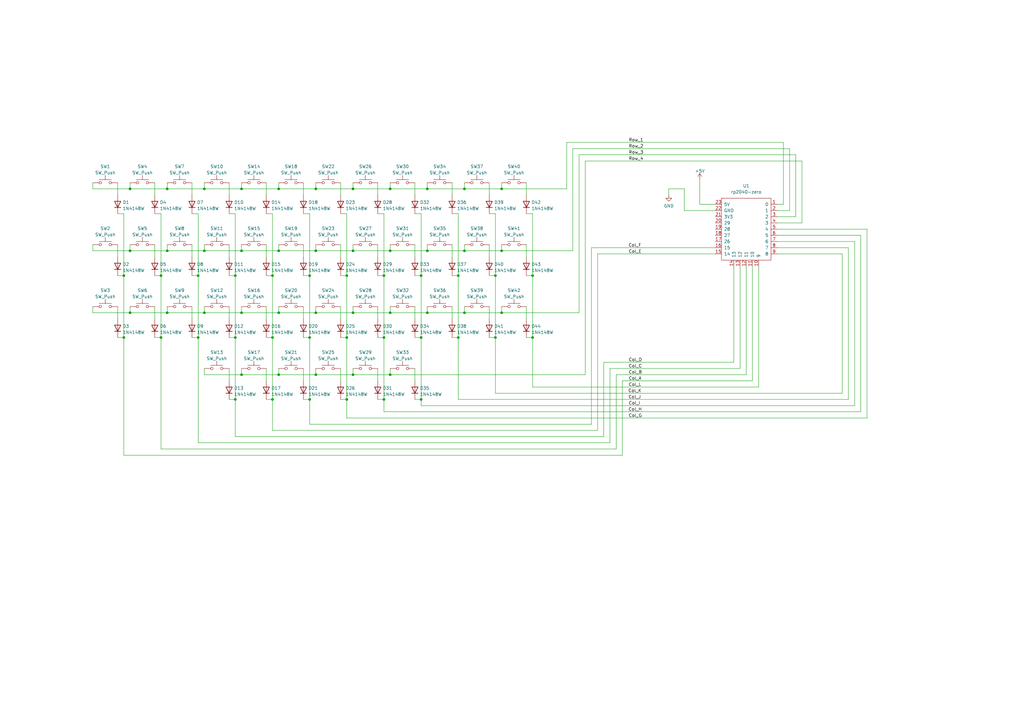
<source format=kicad_sch>
(kicad_sch (version 20250114) (generator "eeschema") (generator_version "9.0")
  (paper "A3")
  (title_block (title "CMDR Mainboard 42") (date "2020-02-04") (rev "01") (company "CMtec"))
  (lib_symbols
    (symbol "Diode:1N4148W" (pin_numbers (hide yes)) (pin_names (offset 1.016) (hide yes))
      (property "Reference" "D" (at 0 2.54 0))
      (property "Value" "1N4148W" (at 0 -2.54 0))
      (symbol "1N4148W_0_1"
        (polyline (pts (xy -1.27 1.27) (xy -1.27 -1.27)) (stroke (width 0.254)))
        (polyline (pts (xy 1.27 1.27) (xy 1.27 -1.27) (xy -1.27 0) (xy 1.27 1.27)) (stroke (width 0.254)))
        (polyline (pts (xy 1.27 0) (xy -1.27 0)))
      )
      (symbol "1N4148W_1_1"
        (pin passive line (at -3.81 0 0) (length 2.54) (name "K") (number "1"))
        (pin passive line (at 3.81 0 180) (length 2.54) (name "A") (number "2"))
      )
    )
    (symbol "Switch:SW_Push" (pin_numbers (hide yes)) (pin_names (offset 1.016) (hide yes))
      (property "Reference" "SW" (at 1.27 2.54 0))
      (property "Value" "SW_Push" (at 0 -1.524 0))
      (symbol "SW_Push_0_1"
        (circle (center -2.032 0) (radius 0.508))
        (polyline (pts (xy 0 1.27) (xy 0 3.048)))
        (circle (center 2.032 0) (radius 0.508))
        (polyline (pts (xy 2.54 1.27) (xy -2.54 1.27)))
        (pin passive line (at -5.08 0 0) (length 2.54) (name "1") (number "1"))
        (pin passive line (at 5.08 0 180) (length 2.54) (name "2") (number "2"))
      )
    )
    (symbol "kleeb:rp2040-zero" (pin_names (offset 1.016))
      (property "Reference" "U" (at 0 15.24 0))
      (property "Value" "rp2040-zero" (at 0 12.7 0))
      (symbol "rp2040-zero_0_1"
        (rectangle (start -10.16 11.43) (end 10.16 -13.97))
      )
      (symbol "rp2040-zero_1_1"
        (pin power_out line (at -12.7 8.89 0) (length 2.54) (name "5V") (number "23"))
        (pin power_out line (at -12.7 6.35 0) (length 2.54) (name "GND") (number "22"))
        (pin power_out line (at -12.7 3.81 0) (length 2.54) (name "3V3") (number "21"))
        (pin bidirectional line (at -12.7 1.27 0) (length 2.54) (name "29") (number "20"))
        (pin bidirectional line (at -12.7 -1.27 0) (length 2.54) (name "28") (number "19"))
        (pin bidirectional line (at -12.7 -3.81 0) (length 2.54) (name "27") (number "18"))
        (pin bidirectional line (at -12.7 -6.35 0) (length 2.54) (name "26") (number "17"))
        (pin bidirectional line (at -12.7 -8.89 0) (length 2.54) (name "15") (number "16"))
        (pin bidirectional line (at -12.7 -11.43 0) (length 2.54) (name "14") (number "15"))
        (pin bidirectional line (at -5.08 -16.51 90) (length 2.54) (name "13") (number "14"))
        (pin bidirectional line (at -2.54 -16.51 90) (length 2.54) (name "12") (number "13"))
        (pin bidirectional line (at 0 -16.51 90) (length 2.54) (name "11") (number "12"))
        (pin bidirectional line (at 2.54 -16.51 90) (length 2.54) (name "10") (number "11"))
        (pin bidirectional line (at 5.08 -16.51 90) (length 2.54) (name "9") (number "10"))
        (pin bidirectional line (at 12.7 8.89 180) (length 2.54) (name "0") (number "1"))
        (pin bidirectional line (at 12.7 6.35 180) (length 2.54) (name "1") (number "2"))
        (pin bidirectional line (at 12.7 3.81 180) (length 2.54) (name "2") (number "3"))
        (pin bidirectional line (at 12.7 1.27 180) (length 2.54) (name "3") (number "4"))
        (pin bidirectional line (at 12.7 -1.27 180) (length 2.54) (name "4") (number "5"))
        (pin bidirectional line (at 12.7 -3.81 180) (length 2.54) (name "5") (number "6"))
        (pin bidirectional line (at 12.7 -6.35 180) (length 2.54) (name "6") (number "7"))
        (pin bidirectional line (at 12.7 -8.89 180) (length 2.54) (name "7") (number "8"))
        (pin bidirectional line (at 12.7 -11.43 180) (length 2.54) (name "8") (number "9"))
      )
    )
    (symbol "power:+5V" (power) (pin_names (offset 0))
      (property "Value" "+5V" (at 0 3.556 0))
      (symbol "+5V_0_1"
        (polyline (pts (xy -0.762 1.27) (xy 0 2.54)))
        (polyline (pts (xy 0 2.54) (xy 0.762 1.27)))
        (polyline (pts (xy 0 0) (xy 0 2.54)))
      )
      (symbol "+5V_1_1"
        (pin power_in line (at 0 0 90) (length 0) (hide yes) (name "+5V") (number "1"))
      )
    )
    (symbol "power:GND" (power) (pin_names (offset 0))
      (property "Value" "GND" (at 0 -3.81 0))
      (symbol "GND_0_1"
        (polyline (pts (xy 0 0) (xy 0 -1.27) (xy 1.27 -1.27) (xy 0 -2.54) (xy -1.27 -1.27) (xy 0 -1.27)))
      )
      (symbol "GND_1_1"
        (pin power_in line (at 0 0 270) (length 0) (hide yes) (name "GND") (number "1"))
      )
    )
  )
  (junction (at 129.54 77.47))
  (junction (at 157.48 113.03))
  (junction (at 142.24 163.83))
  (junction (at 127 138.43))
  (junction (at 114.3 102.87))
  (junction (at 68.58 102.87))
  (junction (at 68.58 77.47))
  (junction (at 83.82 128.27))
  (junction (at 218.44 138.43))
  (junction (at 81.28 138.43))
  (junction (at 127 113.03))
  (junction (at 96.52 113.03))
  (junction (at 83.82 77.47))
  (junction (at 190.5 128.27))
  (junction (at 114.3 128.27))
  (junction (at 175.26 128.27))
  (junction (at 53.34 77.47))
  (junction (at 144.78 102.87))
  (junction (at 205.74 77.47))
  (junction (at 205.74 102.87))
  (junction (at 99.06 128.27))
  (junction (at 142.24 138.43))
  (junction (at 129.54 153.67))
  (junction (at 187.96 113.03))
  (junction (at 50.8 138.43))
  (junction (at 111.76 163.83))
  (junction (at 175.26 77.47))
  (junction (at 142.24 113.03))
  (junction (at 160.02 102.87))
  (junction (at 157.48 163.83))
  (junction (at 66.04 138.43))
  (junction (at 190.5 77.47))
  (junction (at 190.5 102.87))
  (junction (at 50.8 113.03))
  (junction (at 205.74 128.27))
  (junction (at 111.76 138.43))
  (junction (at 144.78 128.27))
  (junction (at 157.48 138.43))
  (junction (at 203.2 138.43))
  (junction (at 187.96 138.43))
  (junction (at 129.54 102.87))
  (junction (at 160.02 77.47))
  (junction (at 172.72 113.03))
  (junction (at 129.54 128.27))
  (junction (at 53.34 128.27))
  (junction (at 68.58 128.27))
  (junction (at 99.06 153.67))
  (junction (at 99.06 102.87))
  (junction (at 99.06 77.47))
  (junction (at 83.82 102.87))
  (junction (at 66.04 113.03))
  (junction (at 160.02 128.27))
  (junction (at 144.78 153.67))
  (junction (at 96.52 138.43))
  (junction (at 218.44 113.03))
  (junction (at 111.76 113.03))
  (junction (at 203.2 113.03))
  (junction (at 127 163.83))
  (junction (at 172.72 163.83))
  (junction (at 175.26 102.87))
  (junction (at 160.02 153.67))
  (junction (at 81.28 113.03))
  (junction (at 144.78 77.47))
  (junction (at 114.3 77.47))
  (junction (at 53.34 102.87))
  (junction (at 114.3 153.67))
  (junction (at 172.72 138.43))
  (junction (at 96.52 163.83))
  (wire (pts (xy 160.02 100.33) (xy 160.02 102.87)))
  (wire (pts (xy 129.54 100.33) (xy 129.54 102.87)))
  (wire (pts (xy 323.85 86.36) (xy 318.77 86.36)))
  (wire (pts (xy 144.78 77.47) (xy 160.02 77.47)))
  (wire (pts (xy 345.44 161.29) (xy 345.44 104.14)))
  (wire (pts (xy 48.26 74.93) (xy 48.26 80.01)))
  (wire (pts (xy 185.42 100.33) (xy 185.42 105.41)))
  (wire (pts (xy 187.96 163.83) (xy 347.98 163.83)))
  (wire (pts (xy 109.22 87.63) (xy 111.76 87.63)))
  (wire (pts (xy 66.04 184.15) (xy 252.73 184.15)))
  (wire (pts (xy 68.58 100.33) (xy 68.58 102.87)))
  (wire (pts (xy 172.72 163.83) (xy 172.72 166.37)))
  (wire (pts (xy 287.02 83.82) (xy 293.37 83.82)))
  (wire (pts (xy 160.02 77.47) (xy 175.26 77.47)))
  (wire (pts (xy 111.76 87.63) (xy 111.76 113.03)))
  (wire (pts (xy 318.77 96.52) (xy 353.06 96.52)))
  (wire (pts (xy 321.31 83.82) (xy 318.77 83.82)))
  (wire (pts (xy 81.28 113.03) (xy 81.28 138.43)))
  (wire (pts (xy 139.7 87.63) (xy 142.24 87.63)))
  (wire (pts (xy 53.34 100.33) (xy 53.34 102.87)))
  (wire (pts (xy 38.1 102.87) (xy 53.34 102.87)))
  (wire (pts (xy 68.58 128.27) (xy 83.82 128.27)))
  (wire (pts (xy 328.93 91.44) (xy 318.77 91.44)))
  (wire (pts (xy 355.6 171.45) (xy 355.6 93.98)))
  (wire (pts (xy 38.1 128.27) (xy 53.34 128.27)))
  (wire (pts (xy 139.7 125.73) (xy 139.7 130.81)))
  (wire (pts (xy 300.99 109.22) (xy 300.99 148.59)))
  (wire (pts (xy 240.03 66.04) (xy 328.93 66.04)))
  (wire (pts (xy 68.58 125.73) (xy 68.58 128.27)))
  (wire (pts (xy 175.26 74.93) (xy 175.26 77.47)))
  (wire (pts (xy 215.9 100.33) (xy 215.9 105.41)))
  (wire (pts (xy 203.2 138.43) (xy 203.2 161.29)))
  (wire (pts (xy 318.77 93.98) (xy 355.6 93.98)))
  (wire (pts (xy 234.95 60.96) (xy 234.95 102.87)))
  (wire (pts (xy 170.18 113.03) (xy 172.72 113.03)))
  (wire (pts (xy 187.96 138.43) (xy 185.42 138.43)))
  (wire (pts (xy 142.24 138.43) (xy 142.24 163.83)))
  (wire (pts (xy 38.1 74.93) (xy 38.1 77.47)))
  (wire (pts (xy 185.42 113.03) (xy 187.96 113.03)))
  (wire (pts (xy 114.3 77.47) (xy 129.54 77.47)))
  (wire (pts (xy 50.8 138.43) (xy 50.8 186.69)))
  (wire (pts (xy 50.8 138.43) (xy 48.26 138.43)))
  (wire (pts (xy 144.78 128.27) (xy 160.02 128.27)))
  (wire (pts (xy 280.67 86.36) (xy 280.67 77.47)))
  (wire (pts (xy 81.28 138.43) (xy 81.28 181.61)))
  (wire (pts (xy 318.77 101.6) (xy 347.98 101.6)))
  (wire (pts (xy 96.52 138.43) (xy 96.52 163.83)))
  (wire (pts (xy 232.41 58.42) (xy 321.31 58.42)))
  (wire (pts (xy 111.76 176.53) (xy 245.0948 176.53)))
  (wire (pts (xy 321.31 58.42) (xy 321.31 83.82)))
  (wire (pts (xy 114.3 102.87) (xy 129.54 102.87)))
  (wire (pts (xy 157.48 87.63) (xy 157.48 113.03)))
  (wire (pts (xy 185.42 125.73) (xy 185.42 130.81)))
  (wire (pts (xy 68.58 77.47) (xy 83.82 77.47)))
  (wire (pts (xy 99.06 100.33) (xy 99.06 102.87)))
  (wire (pts (xy 328.93 66.04) (xy 328.93 91.44)))
  (wire (pts (xy 280.67 77.47) (xy 274.32 77.47)))
  (wire (pts (xy 63.5 113.03) (xy 66.04 113.03)))
  (wire (pts (xy 303.53 109.22) (xy 303.53 151.13)))
  (wire (pts (xy 83.82 74.93) (xy 83.82 77.47)))
  (wire (pts (xy 154.94 87.63) (xy 157.48 87.63)))
  (wire (pts (xy 83.82 102.87) (xy 99.06 102.87)))
  (wire (pts (xy 63.5 125.73) (xy 63.5 130.81)))
  (wire (pts (xy 175.26 77.47) (xy 190.5 77.47)))
  (wire (pts (xy 114.3 74.93) (xy 114.3 77.47)))
  (wire (pts (xy 280.67 86.36) (xy 293.37 86.36)))
  (wire (pts (xy 93.98 74.93) (xy 93.98 80.01)))
  (wire (pts (xy 190.5 100.33) (xy 190.5 102.87)))
  (wire (pts (xy 172.72 163.83) (xy 170.18 163.83)))
  (wire (pts (xy 127 113.03) (xy 127 138.43)))
  (wire (pts (xy 144.78 151.13) (xy 144.78 153.67)))
  (wire (pts (xy 93.98 113.03) (xy 96.52 113.03)))
  (wire (pts (xy 144.78 74.93) (xy 144.78 77.47)))
  (wire (pts (xy 160.02 128.27) (xy 175.26 128.27)))
  (wire (pts (xy 129.54 74.93) (xy 129.54 77.47)))
  (wire (pts (xy 78.74 87.63) (xy 81.28 87.63)))
  (wire (pts (xy 205.74 128.27) (xy 205.74 125.73)))
  (wire (pts (xy 250.19 151.13) (xy 303.53 151.13)))
  (wire (pts (xy 200.66 125.73) (xy 200.66 130.81)))
  (wire (pts (xy 53.34 77.47) (xy 68.58 77.47)))
  (wire (pts (xy 154.94 113.03) (xy 157.48 113.03)))
  (wire (pts (xy 124.46 151.13) (xy 124.46 156.21)))
  (wire (pts (xy 114.3 153.67) (xy 129.54 153.67)))
  (wire (pts (xy 200.66 74.93) (xy 200.66 80.01)))
  (wire (pts (xy 190.5 125.73) (xy 190.5 128.27)))
  (wire (pts (xy 172.72 87.63) (xy 172.72 113.03)))
  (wire (pts (xy 114.3 125.73) (xy 114.3 128.27)))
  (wire (pts (xy 78.74 113.03) (xy 81.28 113.03)))
  (wire (pts (xy 306.07 109.22) (xy 306.07 153.67)))
  (wire (pts (xy 237.49 63.5) (xy 237.49 128.27)))
  (wire (pts (xy 218.44 113.03) (xy 218.44 138.43)))
  (wire (pts (xy 250.19 151.13) (xy 250.19 181.61)))
  (wire (pts (xy 157.48 163.83) (xy 154.94 163.83)))
  (wire (pts (xy 99.06 102.87) (xy 114.3 102.87)))
  (wire (pts (xy 66.04 138.43) (xy 63.5 138.43)))
  (wire (pts (xy 326.39 88.9) (xy 318.77 88.9)))
  (wire (pts (xy 287.02 73.66) (xy 287.02 83.82)))
  (wire (pts (xy 111.76 163.83) (xy 109.22 163.83)))
  (wire (pts (xy 111.76 163.83) (xy 111.76 176.53)))
  (wire (pts (xy 127 163.83) (xy 127 173.99)))
  (wire (pts (xy 99.06 151.13) (xy 99.06 153.67)))
  (wire (pts (xy 242.57 101.6) (xy 293.37 101.6)))
  (wire (pts (xy 190.5 77.47) (xy 205.74 77.47)))
  (wire (pts (xy 83.82 153.67) (xy 99.06 153.67)))
  (wire (pts (xy 252.73 153.67) (xy 252.73 184.15)))
  (wire (pts (xy 142.24 163.83) (xy 139.7 163.83)))
  (wire (pts (xy 48.26 125.73) (xy 48.26 130.81)))
  (wire (pts (xy 38.1 77.47) (xy 53.34 77.47)))
  (wire (pts (xy 142.24 171.45) (xy 355.6 171.45)))
  (wire (pts (xy 172.72 138.43) (xy 170.18 138.43)))
  (wire (pts (xy 218.44 138.43) (xy 215.9 138.43)))
  (wire (pts (xy 205.74 102.87) (xy 205.74 100.33)))
  (wire (pts (xy 200.66 87.63) (xy 203.2 87.63)))
  (wire (pts (xy 96.52 113.03) (xy 96.52 138.43)))
  (wire (pts (xy 78.74 125.73) (xy 78.74 130.81)))
  (wire (pts (xy 129.54 125.73) (xy 129.54 128.27)))
  (wire (pts (xy 81.28 138.43) (xy 78.74 138.43)))
  (wire (pts (xy 139.7 100.33) (xy 139.7 105.41)))
  (wire (pts (xy 190.5 74.93) (xy 190.5 77.47)))
  (wire (pts (xy 203.2 113.03) (xy 203.2 138.43)))
  (wire (pts (xy 111.76 138.43) (xy 111.76 163.83)))
  (wire (pts (xy 154.94 151.13) (xy 154.94 156.21)))
  (wire (pts (xy 237.49 63.5) (xy 326.39 63.5)))
  (wire (pts (xy 175.26 100.33) (xy 175.26 102.87)))
  (wire (pts (xy 109.22 113.03) (xy 111.76 113.03)))
  (wire (pts (xy 50.8 186.69) (xy 255.27 186.69)))
  (wire (pts (xy 53.34 125.73) (xy 53.34 128.27)))
  (wire (pts (xy 157.48 163.83) (xy 157.48 168.91)))
  (wire (pts (xy 63.5 74.93) (xy 63.5 80.01)))
  (wire (pts (xy 205.74 128.27) (xy 237.49 128.27)))
  (wire (pts (xy 347.98 163.83) (xy 347.98 101.6)))
  (wire (pts (xy 187.96 113.03) (xy 187.96 138.43)))
  (wire (pts (xy 187.96 138.43) (xy 187.96 163.83)))
  (wire (pts (xy 170.18 87.63) (xy 172.72 87.63)))
  (wire (pts (xy 96.52 87.63) (xy 96.52 113.03)))
  (wire (pts (xy 109.22 151.13) (xy 109.22 156.21)))
  (wire (pts (xy 66.04 113.03) (xy 66.04 138.43)))
  (wire (pts (xy 323.85 60.96) (xy 323.85 86.36)))
  (wire (pts (xy 255.27 156.21) (xy 308.61 156.21)))
  (wire (pts (xy 38.1 100.33) (xy 38.1 102.87)))
  (wire (pts (xy 205.74 77.47) (xy 205.74 74.93)))
  (wire (pts (xy 96.52 138.43) (xy 93.98 138.43)))
  (wire (pts (xy 48.26 87.63) (xy 50.8 87.63)))
  (wire (pts (xy 187.96 87.63) (xy 187.96 113.03)))
  (wire (pts (xy 308.61 109.22) (xy 308.61 156.21)))
  (wire (pts (xy 114.3 128.27) (xy 129.54 128.27)))
  (wire (pts (xy 172.72 113.03) (xy 172.72 138.43)))
  (wire (pts (xy 172.72 138.43) (xy 172.72 163.83)))
  (wire (pts (xy 185.42 87.63) (xy 187.96 87.63)))
  (wire (pts (xy 96.52 163.83) (xy 93.98 163.83)))
  (wire (pts (xy 81.28 181.61) (xy 250.19 181.61)))
  (wire (pts (xy 144.78 102.87) (xy 160.02 102.87)))
  (wire (pts (xy 326.39 63.5) (xy 326.39 88.9)))
  (wire (pts (xy 218.44 158.75) (xy 311.15 158.75)))
  (wire (pts (xy 160.02 102.87) (xy 175.26 102.87)))
  (wire (pts (xy 129.54 102.87) (xy 144.78 102.87)))
  (wire (pts (xy 318.77 99.06) (xy 350.52 99.06)))
  (wire (pts (xy 160.02 151.13) (xy 160.02 153.67)))
  (wire (pts (xy 127 138.43) (xy 124.46 138.43)))
  (wire (pts (xy 190.5 102.87) (xy 205.74 102.87)))
  (wire (pts (xy 157.48 168.91) (xy 353.06 168.91)))
  (wire (pts (xy 109.22 125.73) (xy 109.22 130.81)))
  (wire (pts (xy 78.74 100.33) (xy 78.74 105.41)))
  (wire (pts (xy 203.2 161.29) (xy 345.44 161.29)))
  (wire (pts (xy 50.8 113.03) (xy 50.8 138.43)))
  (wire (pts (xy 111.76 113.03) (xy 111.76 138.43)))
  (wire (pts (xy 205.74 102.87) (xy 234.95 102.87)))
  (wire (pts (xy 99.06 153.67) (xy 114.3 153.67)))
  (wire (pts (xy 218.44 138.43) (xy 218.44 158.75)))
  (wire (pts (xy 78.74 74.93) (xy 78.74 80.01)))
  (wire (pts (xy 215.9 87.63) (xy 218.44 87.63)))
  (wire (pts (xy 242.57 101.6) (xy 242.57 173.99)))
  (wire (pts (xy 190.5 128.27) (xy 205.74 128.27)))
  (wire (pts (xy 353.06 168.91) (xy 353.06 96.52)))
  (wire (pts (xy 175.26 102.87) (xy 190.5 102.87)))
  (wire (pts (xy 83.82 125.73) (xy 83.82 128.27)))
  (wire (pts (xy 99.06 128.27) (xy 114.3 128.27)))
  (wire (pts (xy 170.18 151.13) (xy 170.18 156.21)))
  (wire (pts (xy 129.54 77.47) (xy 144.78 77.47)))
  (wire (pts (xy 245.0948 104.14) (xy 245.0948 176.53)))
  (wire (pts (xy 99.06 74.93) (xy 99.06 77.47)))
  (wire (pts (xy 93.98 125.73) (xy 93.98 130.81)))
  (wire (pts (xy 83.82 151.13) (xy 83.82 153.67)))
  (wire (pts (xy 203.2 138.43) (xy 200.66 138.43)))
  (wire (pts (xy 142.24 163.83) (xy 142.24 171.45)))
  (wire (pts (xy 172.72 166.37) (xy 350.52 166.37)))
  (wire (pts (xy 160.02 125.73) (xy 160.02 128.27)))
  (wire (pts (xy 127 87.63) (xy 127 113.03)))
  (wire (pts (xy 111.76 138.43) (xy 109.22 138.43)))
  (wire (pts (xy 144.78 153.67) (xy 160.02 153.67)))
  (wire (pts (xy 93.98 100.33) (xy 93.98 105.41)))
  (wire (pts (xy 114.3 151.13) (xy 114.3 153.67)))
  (wire (pts (xy 53.34 102.87) (xy 68.58 102.87)))
  (wire (pts (xy 144.78 100.33) (xy 144.78 102.87)))
  (wire (pts (xy 93.98 87.63) (xy 96.52 87.63)))
  (wire (pts (xy 129.54 128.27) (xy 144.78 128.27)))
  (wire (pts (xy 127 163.83) (xy 124.46 163.83)))
  (wire (pts (xy 96.52 163.83) (xy 96.52 179.07)))
  (wire (pts (xy 350.52 166.37) (xy 350.52 99.06)))
  (wire (pts (xy 215.9 125.73) (xy 215.9 130.81)))
  (wire (pts (xy 247.65 148.59) (xy 247.65 179.07)))
  (wire (pts (xy 205.74 77.47) (xy 232.41 77.47)))
  (wire (pts (xy 124.46 113.03) (xy 127 113.03)))
  (wire (pts (xy 154.94 74.93) (xy 154.94 80.01)))
  (wire (pts (xy 175.26 125.73) (xy 175.26 128.27)))
  (wire (pts (xy 215.9 113.03) (xy 218.44 113.03)))
  (wire (pts (xy 311.15 109.22) (xy 311.15 158.75)))
  (wire (pts (xy 68.58 102.87) (xy 83.82 102.87)))
  (wire (pts (xy 142.24 87.63) (xy 142.24 113.03)))
  (wire (pts (xy 175.26 128.27) (xy 190.5 128.27)))
  (wire (pts (xy 157.48 138.43) (xy 154.94 138.43)))
  (wire (pts (xy 124.46 100.33) (xy 124.46 105.41)))
  (wire (pts (xy 83.82 77.47) (xy 99.06 77.47)))
  (wire (pts (xy 185.42 74.93) (xy 185.42 80.01)))
  (wire (pts (xy 38.1 125.73) (xy 38.1 128.27)))
  (wire (pts (xy 99.06 77.47) (xy 114.3 77.47)))
  (wire (pts (xy 50.8 87.63) (xy 50.8 113.03)))
  (wire (pts (xy 68.58 74.93) (xy 68.58 77.47)))
  (wire (pts (xy 114.3 100.33) (xy 114.3 102.87)))
  (wire (pts (xy 124.46 74.93) (xy 124.46 80.01)))
  (wire (pts (xy 96.52 179.07) (xy 247.65 179.07)))
  (wire (pts (xy 127 173.99) (xy 242.57 173.99)))
  (wire (pts (xy 160.02 153.67) (xy 240.03 153.67)))
  (wire (pts (xy 154.94 125.73) (xy 154.94 130.81)))
  (wire (pts (xy 139.7 151.13) (xy 139.7 156.21)))
  (wire (pts (xy 218.44 87.63) (xy 218.44 113.03)))
  (wire (pts (xy 124.46 87.63) (xy 127 87.63)))
  (wire (pts (xy 63.5 87.63) (xy 66.04 87.63)))
  (wire (pts (xy 144.78 125.73) (xy 144.78 128.27)))
  (wire (pts (xy 99.06 125.73) (xy 99.06 128.27)))
  (wire (pts (xy 200.66 100.33) (xy 200.66 105.41)))
  (wire (pts (xy 170.18 74.93) (xy 170.18 80.01)))
  (wire (pts (xy 83.82 100.33) (xy 83.82 102.87)))
  (wire (pts (xy 81.28 87.63) (xy 81.28 113.03)))
  (wire (pts (xy 200.66 113.03) (xy 203.2 113.03)))
  (wire (pts (xy 142.24 113.03) (xy 142.24 138.43)))
  (wire (pts (xy 234.95 60.96) (xy 323.85 60.96)))
  (wire (pts (xy 255.27 156.21) (xy 255.27 186.69)))
  (wire (pts (xy 129.54 153.67) (xy 144.78 153.67)))
  (wire (pts (xy 318.77 104.14) (xy 345.44 104.14)))
  (wire (pts (xy 139.7 74.93) (xy 139.7 80.01)))
  (wire (pts (xy 83.82 128.27) (xy 99.06 128.27)))
  (wire (pts (xy 48.26 113.03) (xy 50.8 113.03)))
  (wire (pts (xy 215.9 74.93) (xy 215.9 80.01)))
  (wire (pts (xy 157.48 138.43) (xy 157.48 163.83)))
  (wire (pts (xy 127 138.43) (xy 127 163.83)))
  (wire (pts (xy 203.2 87.63) (xy 203.2 113.03)))
  (wire (pts (xy 232.41 58.42) (xy 232.41 77.47)))
  (wire (pts (xy 124.46 125.73) (xy 124.46 130.81)))
  (wire (pts (xy 247.65 148.59) (xy 300.99 148.59)))
  (wire (pts (xy 160.02 74.93) (xy 160.02 77.47)))
  (wire (pts (xy 109.22 100.33) (xy 109.22 105.41)))
  (wire (pts (xy 63.5 100.33) (xy 63.5 105.41)))
  (wire (pts (xy 245.0948 104.14) (xy 293.37 104.14)))
  (wire (pts (xy 170.18 125.73) (xy 170.18 130.81)))
  (wire (pts (xy 129.54 151.13) (xy 129.54 153.67)))
  (wire (pts (xy 66.04 87.63) (xy 66.04 113.03)))
  (wire (pts (xy 274.32 77.47) (xy 274.32 80.01)))
  (wire (pts (xy 66.04 138.43) (xy 66.04 184.15)))
  (wire (pts (xy 53.34 74.93) (xy 53.34 77.47)))
  (wire (pts (xy 252.73 153.67) (xy 306.07 153.67)))
  (wire (pts (xy 48.26 100.33) (xy 48.26 105.41)))
  (wire (pts (xy 154.94 100.33) (xy 154.94 105.41)))
  (wire (pts (xy 157.48 113.03) (xy 157.48 138.43)))
  (wire (pts (xy 142.24 138.43) (xy 139.7 138.43)))
  (wire (pts (xy 93.98 151.13) (xy 93.98 156.21)))
  (wire (pts (xy 170.18 100.33) (xy 170.18 105.41)))
  (wire (pts (xy 53.34 128.27) (xy 68.58 128.27)))
  (wire (pts (xy 139.7 113.03) (xy 142.24 113.03)))
  (wire (pts (xy 109.22 74.93) (xy 109.22 80.01)))
  (wire (pts (xy 240.03 66.04) (xy 240.03 153.67)))
  (label "Col_L" (at 257.81 158.75 0))
  (label "Row_2" (at 257.81 60.96 0))
  (label "Col_H" (at 257.7048 168.91 0))
  (label "Col_D" (at 257.81 148.59 0))
  (label "Col_C" (at 257.81 151.13 0))
  (label "Col_A" (at 257.81 156.21 0))
  (label "Col_K" (at 257.6288 161.29 0))
  (label "Col_F" (at 257.72 101.6 0))
  (label "Row_1" (at 257.81 58.42 0))
  (label "Col_J" (at 257.7048 163.83 0))
  (label "Col_B" (at 257.81 153.67 0))
  (label "Col_I" (at 257.81 166.37 0))
  (label "Row_4" (at 257.81 66.04 0))
  (label "Col_G" (at 257.81 171.45 0))
  (label "Col_E" (at 257.81 104.14 0))
  (label "Row_3" (at 257.81 63.5 0))
  (symbol (lib_id "Diode:1N4148W") (at 93.98 109.22 90) (unit 1)
    (property "Reference" "D11" (at 96.012 108.3853 90) (effects (justify right)))
    (property "Value" "1N4148W" (at 96.012 110.9222 90) (effects (justify right)))
    (property "Footprint" "PCM_Diode_SMD_Handsoldering_AKL:D_SOD-123" (effects (hide yes)))
    (property "Datasheet" "https://www.vishay.com/docs/85748/1n4148w.pdf" (effects (hide yes)))
  )
  (symbol (lib_id "Diode:1N4148W") (at 170.18 134.62 90) (unit 1)
    (property "Reference" "D34" (at 172.212 133.7853 90) (effects (justify right)))
    (property "Value" "1N4148W" (at 172.212 136.3222 90) (effects (justify right)))
    (property "Footprint" "PCM_Diode_SMD_Handsoldering_AKL:D_SOD-123" (effects (hide yes)))
    (property "Datasheet" "https://www.vishay.com/docs/85748/1n4148w.pdf" (effects (hide yes)))
  )
  (symbol (lib_id "kleeb:rp2040-zero") (at 306.07 92.71 0) (unit 1)
    (property "Reference" "U1" (at 306.07 76.2 0))
    (property "Value" "rp2040-zero" (at 306.07 78.74 0))
    (property "Footprint" "kleeb:rp2040-zero-tht" (effects (hide yes)))
  )
  (symbol (lib_id "Switch:SW_Push") (at 104.14 125.73 0) (unit 1)
    (property "Reference" "SW16" (at 104.14 119.1092 0))
    (property "Value" "SW_Push" (at 104.14 121.6461 0))
    (property "Footprint" "PCM_Switch_Keyboard_Hotswap_Kailh:SW_Hotswap_Kailh_MX_1.00u" (effects (hide yes)))
  )
  (symbol (lib_id "Switch:SW_Push") (at 88.9 74.93 0) (unit 1)
    (property "Reference" "SW10" (at 88.9 68.3092 0))
    (property "Value" "SW_Push" (at 88.9 70.8461 0))
    (property "Footprint" "PCM_Switch_Keyboard_Hotswap_Kailh:SW_Hotswap_Kailh_MX_1.00u" (effects (hide yes)))
  )
  (symbol (lib_id "Diode:1N4148W") (at 185.42 134.62 90) (unit 1)
    (property "Reference" "D38" (at 187.452 133.7853 90) (effects (justify right)))
    (property "Value" "1N4148W" (at 187.452 136.3222 90) (effects (justify right)))
    (property "Footprint" "PCM_Diode_SMD_Handsoldering_AKL:D_SOD-123" (effects (hide yes)))
    (property "Datasheet" "https://www.vishay.com/docs/85748/1n4148w.pdf" (effects (hide yes)))
  )
  (symbol (lib_id "Diode:1N4148W") (at 124.46 160.02 90) (unit 1)
    (property "Reference" "D21" (at 126.492 159.1853 90) (effects (justify right)))
    (property "Value" "1N4148W" (at 126.492 161.7222 90) (effects (justify right)))
    (property "Footprint" "PCM_Diode_SMD_Handsoldering_AKL:D_SOD-123" (effects (hide yes)))
    (property "Datasheet" "https://www.vishay.com/docs/85748/1n4148w.pdf" (effects (hide yes)))
  )
  (symbol (lib_id "Switch:SW_Push") (at 88.9 151.13 0) (unit 1)
    (property "Reference" "SW13" (at 88.9 144.5092 0))
    (property "Value" "SW_Push" (at 88.9 147.0461 0))
    (property "Footprint" "PCM_Switch_Keyboard_Hotswap_Kailh:SW_Hotswap_Kailh_Choc_V1_1.00u" (effects (hide yes)))
  )
  (symbol (lib_id "Switch:SW_Push") (at 165.1 125.73 0) (unit 1)
    (property "Reference" "SW32" (at 165.1 119.1092 0))
    (property "Value" "SW_Push" (at 165.1 121.6461 0))
    (property "Footprint" "PCM_Switch_Keyboard_Hotswap_Kailh:SW_Hotswap_Kailh_MX_1.00u" (effects (hide yes)))
  )
  (symbol (lib_id "Switch:SW_Push") (at 43.18 125.73 0) (unit 1)
    (property "Reference" "SW3" (at 43.18 119.1092 0))
    (property "Value" "SW_Push" (at 43.18 121.6461 0))
    (property "Footprint" "PCM_Switch_Keyboard_Hotswap_Kailh:SW_Hotswap_Kailh_MX_1.00u" (effects (hide yes)))
  )
  (symbol (lib_id "Diode:1N4148W") (at 200.66 83.82 90) (unit 1)
    (property "Reference" "D39" (at 202.692 82.9853 90) (effects (justify right)))
    (property "Value" "1N4148W" (at 202.692 85.5222 90) (effects (justify right)))
    (property "Footprint" "PCM_Diode_SMD_Handsoldering_AKL:D_SOD-123" (effects (hide yes)))
    (property "Datasheet" "https://www.vishay.com/docs/85748/1n4148w.pdf" (effects (hide yes)))
  )
  (symbol (lib_id "Switch:SW_Push") (at 58.42 125.73 0) (unit 1)
    (property "Reference" "SW6" (at 58.42 119.1092 0))
    (property "Value" "SW_Push" (at 58.42 121.6461 0))
    (property "Footprint" "PCM_Switch_Keyboard_Hotswap_Kailh:SW_Hotswap_Kailh_MX_1.00u" (effects (hide yes)))
  )
  (symbol (lib_id "Switch:SW_Push") (at 210.82 100.33 0) (unit 1)
    (property "Reference" "SW41" (at 210.82 93.7092 0))
    (property "Value" "SW_Push" (at 210.82 96.2461 0))
    (property "Footprint" "PCM_Switch_Keyboard_Hotswap_Kailh:SW_Hotswap_Kailh_MX_1.00u" (effects (hide yes)))
  )
  (symbol (lib_id "Switch:SW_Push") (at 149.86 125.73 0) (unit 1)
    (property "Reference" "SW28" (at 149.86 119.1092 0))
    (property "Value" "SW_Push" (at 149.86 121.6461 0))
    (property "Footprint" "PCM_Switch_Keyboard_Hotswap_Kailh:SW_Hotswap_Kailh_MX_1.00u" (effects (hide yes)))
  )
  (symbol (lib_id "Switch:SW_Push") (at 104.14 151.13 0) (unit 1)
    (property "Reference" "SW17" (at 104.14 144.5092 0))
    (property "Value" "SW_Push" (at 104.14 147.0461 0))
    (property "Footprint" "PCM_Switch_Keyboard_Hotswap_Kailh:SW_Hotswap_Kailh_Choc_V1_1.00u" (effects (hide yes)))
  )
  (symbol (lib_id "Diode:1N4148W") (at 185.42 83.82 90) (unit 1)
    (property "Reference" "D36" (at 187.452 82.9853 90) (effects (justify right)))
    (property "Value" "1N4148W" (at 187.452 85.5222 90) (effects (justify right)))
    (property "Footprint" "PCM_Diode_SMD_Handsoldering_AKL:D_SOD-123" (effects (hide yes)))
    (property "Datasheet" "https://www.vishay.com/docs/85748/1n4148w.pdf" (effects (hide yes)))
  )
  (symbol (lib_id "Diode:1N4148W") (at 215.9 134.62 90) (unit 1)
    (property "Reference" "D44" (at 217.932 133.7853 90) (effects (justify right)))
    (property "Value" "1N4148W" (at 217.932 136.3222 90) (effects (justify right)))
    (property "Footprint" "PCM_Diode_SMD_Handsoldering_AKL:D_SOD-123" (effects (hide yes)))
    (property "Datasheet" "https://www.vishay.com/docs/85748/1n4148w.pdf" (effects (hide yes)))
  )
  (symbol (lib_id "Diode:1N4148W") (at 170.18 160.02 90) (unit 1)
    (property "Reference" "D35" (at 172.212 159.1853 90) (effects (justify right)))
    (property "Value" "1N4148W" (at 172.212 161.7222 90) (effects (justify right)))
    (property "Footprint" "PCM_Diode_SMD_Handsoldering_AKL:D_SOD-123" (effects (hide yes)))
    (property "Datasheet" "https://www.vishay.com/docs/85748/1n4148w.pdf" (effects (hide yes)))
  )
  (symbol (lib_id "Switch:SW_Push") (at 149.86 74.93 0) (unit 1)
    (property "Reference" "SW26" (at 149.86 68.3092 0))
    (property "Value" "SW_Push" (at 149.86 70.8461 0))
    (property "Footprint" "PCM_Switch_Keyboard_Hotswap_Kailh:SW_Hotswap_Kailh_MX_1.00u" (effects (hide yes)))
  )
  (symbol (lib_id "Switch:SW_Push") (at 73.66 74.93 0) (unit 1)
    (property "Reference" "SW7" (at 73.66 68.3092 0))
    (property "Value" "SW_Push" (at 73.66 70.8461 0))
    (property "Footprint" "PCM_Switch_Keyboard_Hotswap_Kailh:SW_Hotswap_Kailh_MX_1.00u" (effects (hide yes)))
  )
  (symbol (lib_id "power:+5V") (at 287.02 73.66 0) (unit 1)
    (property "Reference" "#PWR012" (effects (hide yes)))
    (property "Value" "+5V" (at 287.02 70.0842 0))
  )
  (symbol (lib_id "Diode:1N4148W") (at 215.9 109.22 90) (unit 1)
    (property "Reference" "D43" (at 217.932 108.3853 90) (effects (justify right)))
    (property "Value" "1N4148W" (at 217.932 110.9222 90) (effects (justify right)))
    (property "Footprint" "PCM_Diode_SMD_Handsoldering_AKL:D_SOD-123" (effects (hide yes)))
    (property "Datasheet" "https://www.vishay.com/docs/85748/1n4148w.pdf" (effects (hide yes)))
  )
  (symbol (lib_id "Diode:1N4148W") (at 48.26 109.22 90) (unit 1)
    (property "Reference" "D2" (at 50.292 108.3853 90) (effects (justify right)))
    (property "Value" "1N4148W" (at 50.292 110.9222 90) (effects (justify right)))
    (property "Footprint" "PCM_Diode_SMD_Handsoldering_AKL:D_SOD-123" (effects (hide yes)))
    (property "Datasheet" "https://www.vishay.com/docs/85748/1n4148w.pdf" (effects (hide yes)))
  )
  (symbol (lib_id "Diode:1N4148W") (at 139.7 134.62 90) (unit 1)
    (property "Reference" "D25" (at 141.732 133.7853 90) (effects (justify right)))
    (property "Value" "1N4148W" (at 141.732 136.3222 90) (effects (justify right)))
    (property "Footprint" "PCM_Diode_SMD_Handsoldering_AKL:D_SOD-123" (effects (hide yes)))
    (property "Datasheet" "https://www.vishay.com/docs/85748/1n4148w.pdf" (effects (hide yes)))
  )
  (symbol (lib_id "Diode:1N4148W") (at 185.42 109.22 90) (unit 1)
    (property "Reference" "D37" (at 187.452 108.3853 90) (effects (justify right)))
    (property "Value" "1N4148W" (at 187.452 110.9222 90) (effects (justify right)))
    (property "Footprint" "PCM_Diode_SMD_Handsoldering_AKL:D_SOD-123" (effects (hide yes)))
    (property "Datasheet" "https://www.vishay.com/docs/85748/1n4148w.pdf" (effects (hide yes)))
  )
  (symbol (lib_id "Diode:1N4148W") (at 78.74 83.82 90) (unit 1)
    (property "Reference" "D7" (at 80.772 82.9853 90) (effects (justify right)))
    (property "Value" "1N4148W" (at 80.772 85.5222 90) (effects (justify right)))
    (property "Footprint" "PCM_Diode_SMD_Handsoldering_AKL:D_SOD-123" (effects (hide yes)))
    (property "Datasheet" "https://www.vishay.com/docs/85748/1n4148w.pdf" (effects (hide yes)))
  )
  (symbol (lib_id "Switch:SW_Push") (at 195.58 74.93 0) (unit 1)
    (property "Reference" "SW37" (at 195.58 68.3092 0))
    (property "Value" "SW_Push" (at 195.58 70.8461 0))
    (property "Footprint" "PCM_Switch_Keyboard_Hotswap_Kailh:SW_Hotswap_Kailh_MX_1.00u" (effects (hide yes)))
  )
  (symbol (lib_id "Diode:1N4148W") (at 154.94 83.82 90) (unit 1)
    (property "Reference" "D28" (at 156.972 82.9853 90) (effects (justify right)))
    (property "Value" "1N4148W" (at 156.972 85.5222 90) (effects (justify right)))
    (property "Footprint" "PCM_Diode_SMD_Handsoldering_AKL:D_SOD-123" (effects (hide yes)))
    (property "Datasheet" "https://www.vishay.com/docs/85748/1n4148w.pdf" (effects (hide yes)))
  )
  (symbol (lib_id "Diode:1N4148W") (at 124.46 109.22 90) (unit 1)
    (property "Reference" "D19" (at 126.492 108.3853 90) (effects (justify right)))
    (property "Value" "1N4148W" (at 126.492 110.9222 90) (effects (justify right)))
    (property "Footprint" "PCM_Diode_SMD_Handsoldering_AKL:D_SOD-123" (effects (hide yes)))
    (property "Datasheet" "https://www.vishay.com/docs/85748/1n4148w.pdf" (effects (hide yes)))
  )
  (symbol (lib_id "Diode:1N4148W") (at 48.26 134.62 90) (unit 1)
    (property "Reference" "D3" (at 50.292 133.7853 90) (effects (justify right)))
    (property "Value" "1N4148W" (at 50.292 136.3222 90) (effects (justify right)))
    (property "Footprint" "PCM_Diode_SMD_Handsoldering_AKL:D_SOD-123" (effects (hide yes)))
    (property "Datasheet" "https://www.vishay.com/docs/85748/1n4148w.pdf" (effects (hide yes)))
  )
  (symbol (lib_id "Diode:1N4148W") (at 215.9 83.82 90) (unit 1)
    (property "Reference" "D42" (at 217.932 82.9853 90) (effects (justify right)))
    (property "Value" "1N4148W" (at 217.932 85.5222 90) (effects (justify right)))
    (property "Footprint" "PCM_Diode_SMD_Handsoldering_AKL:D_SOD-123" (effects (hide yes)))
    (property "Datasheet" "https://www.vishay.com/docs/85748/1n4148w.pdf" (effects (hide yes)))
  )
  (symbol (lib_id "Switch:SW_Push") (at 195.58 100.33 0) (unit 1)
    (property "Reference" "SW38" (at 195.58 93.7092 0))
    (property "Value" "SW_Push" (at 195.58 96.2461 0))
    (property "Footprint" "PCM_Switch_Keyboard_Hotswap_Kailh:SW_Hotswap_Kailh_MX_1.00u" (effects (hide yes)))
  )
  (symbol (lib_id "Switch:SW_Push") (at 73.66 100.33 0) (unit 1)
    (property "Reference" "SW8" (at 73.66 93.7092 0))
    (property "Value" "SW_Push" (at 73.66 96.2461 0))
    (property "Footprint" "PCM_Switch_Keyboard_Hotswap_Kailh:SW_Hotswap_Kailh_MX_1.00u" (effects (hide yes)))
  )
  (symbol (lib_id "Diode:1N4148W") (at 124.46 83.82 90) (unit 1)
    (property "Reference" "D18" (at 126.492 82.9853 90) (effects (justify right)))
    (property "Value" "1N4148W" (at 126.492 85.5222 90) (effects (justify right)))
    (property "Footprint" "PCM_Diode_SMD_Handsoldering_AKL:D_SOD-123" (effects (hide yes)))
    (property "Datasheet" "https://www.vishay.com/docs/85748/1n4148w.pdf" (effects (hide yes)))
  )
  (symbol (lib_id "Switch:SW_Push") (at 195.58 125.73 0) (unit 1)
    (property "Reference" "SW39" (at 195.58 119.1092 0))
    (property "Value" "SW_Push" (at 195.58 121.6461 0))
    (property "Footprint" "PCM_Switch_Keyboard_Hotswap_Kailh:SW_Hotswap_Kailh_MX_1.00u" (effects (hide yes)))
  )
  (symbol (lib_id "Switch:SW_Push") (at 88.9 100.33 0) (unit 1)
    (property "Reference" "SW11" (at 88.9 93.7092 0))
    (property "Value" "SW_Push" (at 88.9 96.2461 0))
    (property "Footprint" "PCM_Switch_Keyboard_Hotswap_Kailh:SW_Hotswap_Kailh_MX_1.00u" (effects (hide yes)))
  )
  (symbol (lib_id "Diode:1N4148W") (at 200.66 134.62 90) (unit 1)
    (property "Reference" "D41" (at 202.692 133.7853 90) (effects (justify right)))
    (property "Value" "1N4148W" (at 202.692 136.3222 90) (effects (justify right)))
    (property "Footprint" "PCM_Diode_SMD_Handsoldering_AKL:D_SOD-123" (effects (hide yes)))
    (property "Datasheet" "https://www.vishay.com/docs/85748/1n4148w.pdf" (effects (hide yes)))
  )
  (symbol (lib_id "Switch:SW_Push") (at 180.34 100.33 0) (unit 1)
    (property "Reference" "SW35" (at 180.34 93.7092 0))
    (property "Value" "SW_Push" (at 180.34 96.2461 0))
    (property "Footprint" "PCM_Switch_Keyboard_Hotswap_Kailh:SW_Hotswap_Kailh_MX_1.00u" (effects (hide yes)))
  )
  (symbol (lib_id "power:GND") (at 274.32 80.01 0) (unit 1)
    (property "Reference" "#PWR011" (effects (hide yes)))
    (property "Value" "GND" (at 274.32 84.4534 0))
  )
  (symbol (lib_id "Switch:SW_Push") (at 104.14 74.93 0) (unit 1)
    (property "Reference" "SW14" (at 104.14 68.3092 0))
    (property "Value" "SW_Push" (at 104.14 70.8461 0))
    (property "Footprint" "PCM_Switch_Keyboard_Hotswap_Kailh:SW_Hotswap_Kailh_MX_1.00u" (effects (hide yes)))
  )
  (symbol (lib_id "Switch:SW_Push") (at 58.42 100.33 0) (unit 1)
    (property "Reference" "SW5" (at 58.42 93.7092 0))
    (property "Value" "SW_Push" (at 58.42 96.2461 0))
    (property "Footprint" "PCM_Switch_Keyboard_Hotswap_Kailh:SW_Hotswap_Kailh_MX_1.00u" (effects (hide yes)))
  )
  (symbol (lib_id "Switch:SW_Push") (at 165.1 100.33 0) (unit 1)
    (property "Reference" "SW31" (at 165.1 93.7092 0))
    (property "Value" "SW_Push" (at 165.1 96.2461 0))
    (property "Footprint" "PCM_Switch_Keyboard_Hotswap_Kailh:SW_Hotswap_Kailh_MX_1.00u" (effects (hide yes)))
  )
  (symbol (lib_id "Switch:SW_Push") (at 134.62 125.73 0) (unit 1)
    (property "Reference" "SW24" (at 134.62 119.1092 0))
    (property "Value" "SW_Push" (at 134.62 121.6461 0))
    (property "Footprint" "PCM_Switch_Keyboard_Hotswap_Kailh:SW_Hotswap_Kailh_MX_1.00u" (effects (hide yes)))
  )
  (symbol (lib_id "Diode:1N4148W") (at 93.98 134.62 90) (unit 1)
    (property "Reference" "D12" (at 96.012 133.7853 90) (effects (justify right)))
    (property "Value" "1N4148W" (at 96.012 136.3222 90) (effects (justify right)))
    (property "Footprint" "PCM_Diode_SMD_Handsoldering_AKL:D_SOD-123" (effects (hide yes)))
    (property "Datasheet" "https://www.vishay.com/docs/85748/1n4148w.pdf" (effects (hide yes)))
  )
  (symbol (lib_id "Diode:1N4148W") (at 93.98 160.02 90) (unit 1)
    (property "Reference" "D13" (at 96.012 159.1853 90) (effects (justify right)))
    (property "Value" "1N4148W" (at 96.012 161.7222 90) (effects (justify right)))
    (property "Footprint" "PCM_Diode_SMD_Handsoldering_AKL:D_SOD-123" (effects (hide yes)))
    (property "Datasheet" "https://www.vishay.com/docs/85748/1n4148w.pdf" (effects (hide yes)))
  )
  (symbol (lib_id "Switch:SW_Push") (at 119.38 151.13 0) (unit 1)
    (property "Reference" "SW21" (at 119.38 144.5092 0))
    (property "Value" "SW_Push" (at 119.38 147.0461 0))
    (property "Footprint" "PCM_Switch_Keyboard_Hotswap_Kailh:SW_Hotswap_Kailh_Choc_V1_1.00u" (effects (hide yes)))
  )
  (symbol (lib_id "Diode:1N4148W") (at 109.22 109.22 90) (unit 1)
    (property "Reference" "D15" (at 111.252 108.3853 90) (effects (justify right)))
    (property "Value" "1N4148W" (at 111.252 110.9222 90) (effects (justify right)))
    (property "Footprint" "PCM_Diode_SMD_Handsoldering_AKL:D_SOD-123" (effects (hide yes)))
    (property "Datasheet" "https://www.vishay.com/docs/85748/1n4148w.pdf" (effects (hide yes)))
  )
  (symbol (lib_id "Switch:SW_Push") (at 119.38 74.93 0) (unit 1)
    (property "Reference" "SW18" (at 119.38 68.3092 0))
    (property "Value" "SW_Push" (at 119.38 70.8461 0))
    (property "Footprint" "PCM_Switch_Keyboard_Hotswap_Kailh:SW_Hotswap_Kailh_MX_1.00u" (effects (hide yes)))
  )
  (symbol (lib_id "Diode:1N4148W") (at 154.94 160.02 90) (unit 1)
    (property "Reference" "D31" (at 156.972 159.1853 90) (effects (justify right)))
    (property "Value" "1N4148W" (at 156.972 161.7222 90) (effects (justify right)))
    (property "Footprint" "PCM_Diode_SMD_Handsoldering_AKL:D_SOD-123" (effects (hide yes)))
    (property "Datasheet" "https://www.vishay.com/docs/85748/1n4148w.pdf" (effects (hide yes)))
  )
  (symbol (lib_id "Switch:SW_Push") (at 165.1 74.93 0) (unit 1)
    (property "Reference" "SW30" (at 165.1 68.3092 0))
    (property "Value" "SW_Push" (at 165.1 70.8461 0))
    (property "Footprint" "PCM_Switch_Keyboard_Hotswap_Kailh:SW_Hotswap_Kailh_MX_1.00u" (effects (hide yes)))
  )
  (symbol (lib_id "Switch:SW_Push") (at 73.66 125.73 0) (unit 1)
    (property "Reference" "SW9" (at 73.66 119.1092 0))
    (property "Value" "SW_Push" (at 73.66 121.6461 0))
    (property "Footprint" "PCM_Switch_Keyboard_Hotswap_Kailh:SW_Hotswap_Kailh_MX_1.00u" (effects (hide yes)))
  )
  (symbol (lib_id "Diode:1N4148W") (at 170.18 83.82 90) (unit 1)
    (property "Reference" "D32" (at 172.212 82.9853 90) (effects (justify right)))
    (property "Value" "1N4148W" (at 172.212 85.5222 90) (effects (justify right)))
    (property "Footprint" "PCM_Diode_SMD_Handsoldering_AKL:D_SOD-123" (effects (hide yes)))
    (property "Datasheet" "https://www.vishay.com/docs/85748/1n4148w.pdf" (effects (hide yes)))
  )
  (symbol (lib_id "Switch:SW_Push") (at 149.86 100.33 0) (unit 1)
    (property "Reference" "SW27" (at 149.86 93.7092 0))
    (property "Value" "SW_Push" (at 149.86 96.2461 0))
    (property "Footprint" "PCM_Switch_Keyboard_Hotswap_Kailh:SW_Hotswap_Kailh_MX_1.00u" (effects (hide yes)))
  )
  (symbol (lib_id "Diode:1N4148W") (at 200.66 109.22 90) (unit 1)
    (property "Reference" "D40" (at 202.692 108.3853 90) (effects (justify right)))
    (property "Value" "1N4148W" (at 202.692 110.9222 90) (effects (justify right)))
    (property "Footprint" "PCM_Diode_SMD_Handsoldering_AKL:D_SOD-123" (effects (hide yes)))
    (property "Datasheet" "https://www.vishay.com/docs/85748/1n4148w.pdf" (effects (hide yes)))
  )
  (symbol (lib_id "Diode:1N4148W") (at 109.22 160.02 90) (unit 1)
    (property "Reference" "D17" (at 111.252 159.1853 90) (effects (justify right)))
    (property "Value" "1N4148W" (at 111.252 161.7222 90) (effects (justify right)))
    (property "Footprint" "PCM_Diode_SMD_Handsoldering_AKL:D_SOD-123" (effects (hide yes)))
    (property "Datasheet" "https://www.vishay.com/docs/85748/1n4148w.pdf" (effects (hide yes)))
  )
  (symbol (lib_id "Switch:SW_Push") (at 134.62 151.13 0) (unit 1)
    (property "Reference" "SW25" (at 134.62 144.5092 0))
    (property "Value" "SW_Push" (at 134.62 147.0461 0))
    (property "Footprint" "PCM_Switch_Keyboard_Hotswap_Kailh:SW_Hotswap_Kailh_Choc_V1_1.00u" (effects (hide yes)))
  )
  (symbol (lib_id "Switch:SW_Push") (at 180.34 125.73 0) (unit 1)
    (property "Reference" "SW36" (at 180.34 119.1092 0))
    (property "Value" "SW_Push" (at 180.34 121.6461 0))
    (property "Footprint" "PCM_Switch_Keyboard_Hotswap_Kailh:SW_Hotswap_Kailh_MX_1.00u" (effects (hide yes)))
  )
  (symbol (lib_id "Diode:1N4148W") (at 154.94 109.22 90) (unit 1)
    (property "Reference" "D29" (at 156.972 108.3853 90) (effects (justify right)))
    (property "Value" "1N4148W" (at 156.972 110.9222 90) (effects (justify right)))
    (property "Footprint" "PCM_Diode_SMD_Handsoldering_AKL:D_SOD-123" (effects (hide yes)))
    (property "Datasheet" "https://www.vishay.com/docs/85748/1n4148w.pdf" (effects (hide yes)))
  )
  (symbol (lib_id "Diode:1N4148W") (at 78.74 134.62 90) (unit 1)
    (property "Reference" "D9" (at 80.772 133.7853 90) (effects (justify right)))
    (property "Value" "1N4148W" (at 80.772 136.3222 90) (effects (justify right)))
    (property "Footprint" "PCM_Diode_SMD_Handsoldering_AKL:D_SOD-123" (effects (hide yes)))
    (property "Datasheet" "https://www.vishay.com/docs/85748/1n4148w.pdf" (effects (hide yes)))
  )
  (symbol (lib_id "Diode:1N4148W") (at 93.98 83.82 90) (unit 1)
    (property "Reference" "D10" (at 96.012 82.9853 90) (effects (justify right)))
    (property "Value" "1N4148W" (at 96.012 85.5222 90) (effects (justify right)))
    (property "Footprint" "PCM_Diode_SMD_Handsoldering_AKL:D_SOD-123" (effects (hide yes)))
    (property "Datasheet" "https://www.vishay.com/docs/85748/1n4148w.pdf" (effects (hide yes)))
  )
  (symbol (lib_id "Switch:SW_Push") (at 134.62 74.93 0) (unit 1)
    (property "Reference" "SW22" (at 134.62 68.3092 0))
    (property "Value" "SW_Push" (at 134.62 70.8461 0))
    (property "Footprint" "PCM_Switch_Keyboard_Hotswap_Kailh:SW_Hotswap_Kailh_MX_1.00u" (effects (hide yes)))
  )
  (symbol (lib_id "Switch:SW_Push") (at 149.86 151.13 0) (unit 1)
    (property "Reference" "SW29" (at 149.86 144.5092 0))
    (property "Value" "SW_Push" (at 149.86 147.0461 0))
    (property "Footprint" "PCM_Switch_Keyboard_Hotswap_Kailh:SW_Hotswap_Kailh_Choc_V1_1.00u" (effects (hide yes)))
  )
  (symbol (lib_id "Diode:1N4148W") (at 109.22 83.82 90) (unit 1)
    (property "Reference" "D14" (at 111.252 82.9853 90) (effects (justify right)))
    (property "Value" "1N4148W" (at 111.252 85.5222 90) (effects (justify right)))
    (property "Footprint" "PCM_Diode_SMD_Handsoldering_AKL:D_SOD-123" (effects (hide yes)))
    (property "Datasheet" "https://www.vishay.com/docs/85748/1n4148w.pdf" (effects (hide yes)))
  )
  (symbol (lib_id "Switch:SW_Push") (at 119.38 125.73 0) (unit 1)
    (property "Reference" "SW20" (at 119.38 119.1092 0))
    (property "Value" "SW_Push" (at 119.38 121.6461 0))
    (property "Footprint" "PCM_Switch_Keyboard_Hotswap_Kailh:SW_Hotswap_Kailh_MX_1.00u" (effects (hide yes)))
  )
  (symbol (lib_id "Diode:1N4148W") (at 124.46 134.62 90) (unit 1)
    (property "Reference" "D20" (at 126.492 133.7853 90) (effects (justify right)))
    (property "Value" "1N4148W" (at 126.492 136.3222 90) (effects (justify right)))
    (property "Footprint" "PCM_Diode_SMD_Handsoldering_AKL:D_SOD-123" (effects (hide yes)))
    (property "Datasheet" "https://www.vishay.com/docs/85748/1n4148w.pdf" (effects (hide yes)))
  )
  (symbol (lib_id "Switch:SW_Push") (at 165.1 151.13 0) (unit 1)
    (property "Reference" "SW33" (at 165.1 144.5092 0))
    (property "Value" "SW_Push" (at 165.1 147.0461 0))
    (property "Footprint" "PCM_Switch_Keyboard_Hotswap_Kailh:SW_Hotswap_Kailh_Choc_V1_1.00u" (effects (hide yes)))
  )
  (symbol (lib_id "Switch:SW_Push") (at 119.38 100.33 0) (unit 1)
    (property "Reference" "SW19" (at 119.38 93.7092 0))
    (property "Value" "SW_Push" (at 119.38 96.2461 0))
    (property "Footprint" "PCM_Switch_Keyboard_Hotswap_Kailh:SW_Hotswap_Kailh_MX_1.00u" (effects (hide yes)))
  )
  (symbol (lib_id "Switch:SW_Push") (at 210.82 125.73 0) (unit 1)
    (property "Reference" "SW42" (at 210.82 119.1092 0))
    (property "Value" "SW_Push" (at 210.82 121.6461 0))
    (property "Footprint" "PCM_Switch_Keyboard_Hotswap_Kailh:SW_Hotswap_Kailh_MX_1.00u" (effects (hide yes)))
  )
  (symbol (lib_id "Switch:SW_Push") (at 210.82 74.93 0) (unit 1)
    (property "Reference" "SW40" (at 210.82 68.3092 0))
    (property "Value" "SW_Push" (at 210.82 70.8461 0))
    (property "Footprint" "PCM_Switch_Keyboard_Hotswap_Kailh:SW_Hotswap_Kailh_MX_1.00u" (effects (hide yes)))
  )
  (symbol (lib_id "Diode:1N4148W") (at 48.26 83.82 90) (unit 1)
    (property "Reference" "D1" (at 50.292 82.9853 90) (effects (justify right)))
    (property "Value" "1N4148W" (at 50.292 85.5222 90) (effects (justify right)))
    (property "Footprint" "PCM_Diode_SMD_Handsoldering_AKL:D_SOD-123" (effects (hide yes)))
    (property "Datasheet" "https://www.vishay.com/docs/85748/1n4148w.pdf" (effects (hide yes)))
  )
  (symbol (lib_id "Switch:SW_Push") (at 134.62 100.33 0) (unit 1)
    (property "Reference" "SW23" (at 134.62 93.7092 0))
    (property "Value" "SW_Push" (at 134.62 96.2461 0))
    (property "Footprint" "PCM_Switch_Keyboard_Hotswap_Kailh:SW_Hotswap_Kailh_MX_1.00u" (effects (hide yes)))
  )
  (symbol (lib_id "Diode:1N4148W") (at 78.74 109.22 90) (unit 1)
    (property "Reference" "D8" (at 80.772 108.3853 90) (effects (justify right)))
    (property "Value" "1N4148W" (at 80.772 110.9222 90) (effects (justify right)))
    (property "Footprint" "PCM_Diode_SMD_Handsoldering_AKL:D_SOD-123" (effects (hide yes)))
    (property "Datasheet" "https://www.vishay.com/docs/85748/1n4148w.pdf" (effects (hide yes)))
  )
  (symbol (lib_id "Diode:1N4148W") (at 63.5 134.62 90) (unit 1)
    (property "Reference" "D6" (at 65.532 133.7853 90) (effects (justify right)))
    (property "Value" "1N4148W" (at 65.532 136.3222 90) (effects (justify right)))
    (property "Footprint" "PCM_Diode_SMD_Handsoldering_AKL:D_SOD-123" (effects (hide yes)))
    (property "Datasheet" "https://www.vishay.com/docs/85748/1n4148w.pdf" (effects (hide yes)))
  )
  (symbol (lib_id "Diode:1N4148W") (at 139.7 83.82 90) (unit 1)
    (property "Reference" "D23" (at 141.732 82.9853 90) (effects (justify right)))
    (property "Value" "1N4148W" (at 141.732 85.5222 90) (effects (justify right)))
    (property "Footprint" "PCM_Diode_SMD_Handsoldering_AKL:D_SOD-123" (effects (hide yes)))
    (property "Datasheet" "https://www.vishay.com/docs/85748/1n4148w.pdf" (effects (hide yes)))
  )
  (symbol (lib_id "Diode:1N4148W") (at 63.5 109.22 90) (unit 1)
    (property "Reference" "D5" (at 65.532 108.3853 90) (effects (justify right)))
    (property "Value" "1N4148W" (at 65.532 110.9222 90) (effects (justify right)))
    (property "Footprint" "PCM_Diode_SMD_Handsoldering_AKL:D_SOD-123" (effects (hide yes)))
    (property "Datasheet" "https://www.vishay.com/docs/85748/1n4148w.pdf" (effects (hide yes)))
  )
  (symbol (lib_id "Switch:SW_Push") (at 88.9 125.73 0) (unit 1)
    (property "Reference" "SW12" (at 88.9 119.1092 0))
    (property "Value" "SW_Push" (at 88.9 121.6461 0))
    (property "Footprint" "PCM_Switch_Keyboard_Hotswap_Kailh:SW_Hotswap_Kailh_MX_1.00u" (effects (hide yes)))
  )
  (symbol (lib_id "Diode:1N4148W") (at 139.7 109.22 90) (unit 1)
    (property "Reference" "D24" (at 141.732 108.3853 90) (effects (justify right)))
    (property "Value" "1N4148W" (at 141.732 110.9222 90) (effects (justify right)))
    (property "Footprint" "PCM_Diode_SMD_Handsoldering_AKL:D_SOD-123" (effects (hide yes)))
    (property "Datasheet" "https://www.vishay.com/docs/85748/1n4148w.pdf" (effects (hide yes)))
  )
  (symbol (lib_id "Diode:1N4148W") (at 109.22 134.62 90) (unit 1)
    (property "Reference" "D16" (at 111.252 133.7853 90) (effects (justify right)))
    (property "Value" "1N4148W" (at 111.252 136.3222 90) (effects (justify right)))
    (property "Footprint" "PCM_Diode_SMD_Handsoldering_AKL:D_SOD-123" (effects (hide yes)))
    (property "Datasheet" "https://www.vishay.com/docs/85748/1n4148w.pdf" (effects (hide yes)))
  )
  (symbol (lib_id "Diode:1N4148W") (at 154.94 134.62 90) (unit 1)
    (property "Reference" "D30" (at 156.972 133.7853 90) (effects (justify right)))
    (property "Value" "1N4148W" (at 156.972 136.3222 90) (effects (justify right)))
    (property "Footprint" "PCM_Diode_SMD_Handsoldering_AKL:D_SOD-123" (effects (hide yes)))
    (property "Datasheet" "https://www.vishay.com/docs/85748/1n4148w.pdf" (effects (hide yes)))
  )
  (symbol (lib_id "Diode:1N4148W") (at 139.7 160.02 90) (unit 1)
    (property "Reference" "D26" (at 141.732 159.1853 90) (effects (justify right)))
    (property "Value" "1N4148W" (at 141.732 161.7222 90) (effects (justify right)))
    (property "Footprint" "PCM_Diode_SMD_Handsoldering_AKL:D_SOD-123" (effects (hide yes)))
    (property "Datasheet" "https://www.vishay.com/docs/85748/1n4148w.pdf" (effects (hide yes)))
  )
  (symbol (lib_id "Diode:1N4148W") (at 63.5 83.82 90) (unit 1)
    (property "Reference" "D4" (at 65.532 82.9853 90) (effects (justify right)))
    (property "Value" "1N4148W" (at 65.532 85.5222 90) (effects (justify right)))
    (property "Footprint" "PCM_Diode_SMD_Handsoldering_AKL:D_SOD-123" (effects (hide yes)))
    (property "Datasheet" "https://www.vishay.com/docs/85748/1n4148w.pdf" (effects (hide yes)))
  )
  (symbol (lib_id "Switch:SW_Push") (at 43.18 100.33 0) (unit 1)
    (property "Reference" "SW2" (at 43.18 93.7092 0))
    (property "Value" "SW_Push" (at 43.18 96.2461 0))
    (property "Footprint" "PCM_Switch_Keyboard_Hotswap_Kailh:SW_Hotswap_Kailh_MX_1.00u" (effects (hide yes)))
  )
  (symbol (lib_id "Switch:SW_Push") (at 43.18 74.93 0) (unit 1)
    (property "Reference" "SW1" (at 43.18 68.3092 0))
    (property "Value" "SW_Push" (at 43.18 70.8461 0))
    (property "Footprint" "PCM_Switch_Keyboard_Hotswap_Kailh:SW_Hotswap_Kailh_MX_1.00u" (effects (hide yes)))
  )
  (symbol (lib_id "Diode:1N4148W") (at 170.18 109.22 90) (unit 1)
    (property "Reference" "D33" (at 172.212 108.3853 90) (effects (justify right)))
    (property "Value" "1N4148W" (at 172.212 110.9222 90) (effects (justify right)))
    (property "Footprint" "PCM_Diode_SMD_Handsoldering_AKL:D_SOD-123" (effects (hide yes)))
    (property "Datasheet" "https://www.vishay.com/docs/85748/1n4148w.pdf" (effects (hide yes)))
  )
  (symbol (lib_id "Switch:SW_Push") (at 58.42 74.93 0) (unit 1)
    (property "Reference" "SW4" (at 58.42 68.3092 0))
    (property "Value" "SW_Push" (at 58.42 70.8461 0))
    (property "Footprint" "PCM_Switch_Keyboard_Hotswap_Kailh:SW_Hotswap_Kailh_MX_1.00u" (effects (hide yes)))
  )
  (symbol (lib_id "Switch:SW_Push") (at 180.34 74.93 0) (unit 1)
    (property "Reference" "SW34" (at 180.34 68.3092 0))
    (property "Value" "SW_Push" (at 180.34 70.8461 0))
    (property "Footprint" "PCM_Switch_Keyboard_Hotswap_Kailh:SW_Hotswap_Kailh_MX_1.00u" (effects (hide yes)))
  )
  (symbol (lib_id "Switch:SW_Push") (at 104.14 100.33 0) (unit 1)
    (property "Reference" "SW15" (at 104.14 93.7092 0))
    (property "Value" "SW_Push" (at 104.14 96.2461 0))
    (property "Footprint" "PCM_Switch_Keyboard_Hotswap_Kailh:SW_Hotswap_Kailh_MX_1.00u" (effects (hide yes)))
  )
)
</source>
